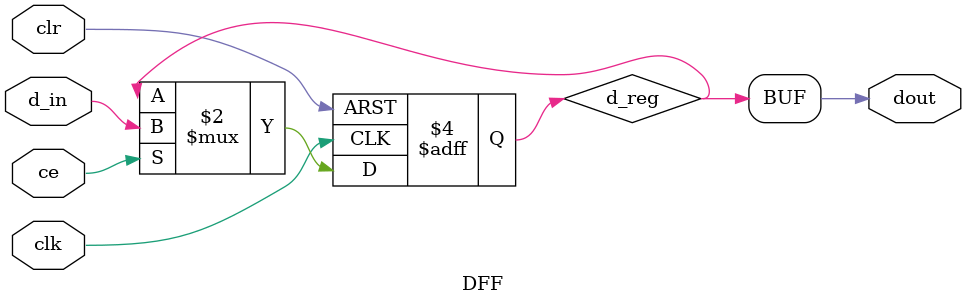
<source format=v>
`timescale 1ns / 1ps

module DFF(d_in,ce,clk,clr,dout);

input d_in;
input ce;
input clk;
input clr;
output dout;
reg d_reg;

always @ (posedge clk or posedge clr)
begin

if(clr)
 d_reg <= 0;

else if(ce)
 d_reg <= d_in;
 
end

assign dout = d_reg;

endmodule

</source>
